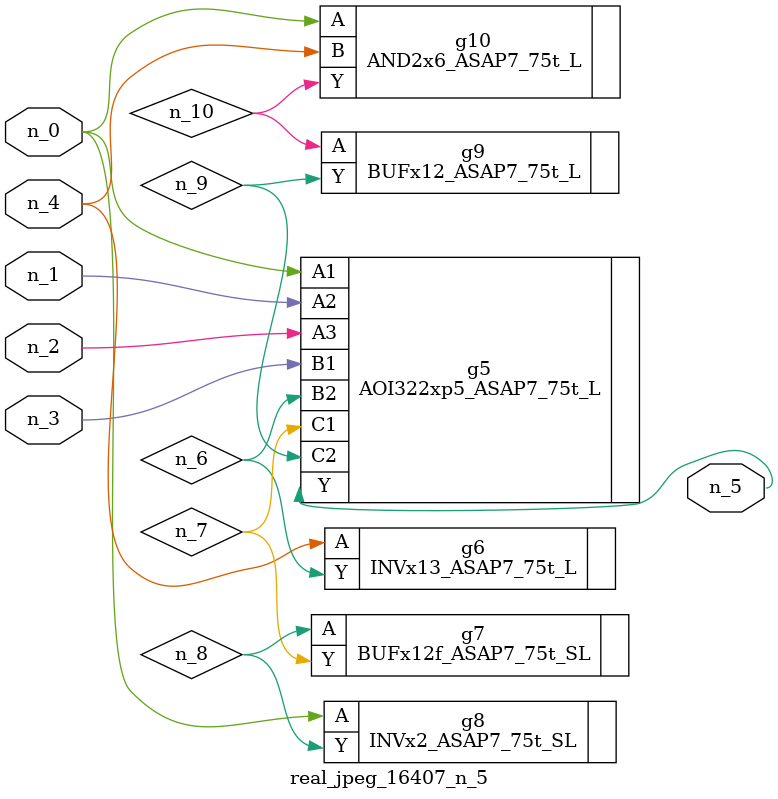
<source format=v>
module real_jpeg_16407_n_5 (n_4, n_0, n_1, n_2, n_3, n_5);

input n_4;
input n_0;
input n_1;
input n_2;
input n_3;

output n_5;

wire n_8;
wire n_6;
wire n_7;
wire n_10;
wire n_9;

AOI322xp5_ASAP7_75t_L g5 ( 
.A1(n_0),
.A2(n_1),
.A3(n_2),
.B1(n_3),
.B2(n_6),
.C1(n_7),
.C2(n_9),
.Y(n_5)
);

INVx2_ASAP7_75t_SL g8 ( 
.A(n_0),
.Y(n_8)
);

AND2x6_ASAP7_75t_L g10 ( 
.A(n_0),
.B(n_4),
.Y(n_10)
);

INVx13_ASAP7_75t_L g6 ( 
.A(n_4),
.Y(n_6)
);

BUFx12f_ASAP7_75t_SL g7 ( 
.A(n_8),
.Y(n_7)
);

BUFx12_ASAP7_75t_L g9 ( 
.A(n_10),
.Y(n_9)
);


endmodule
</source>
